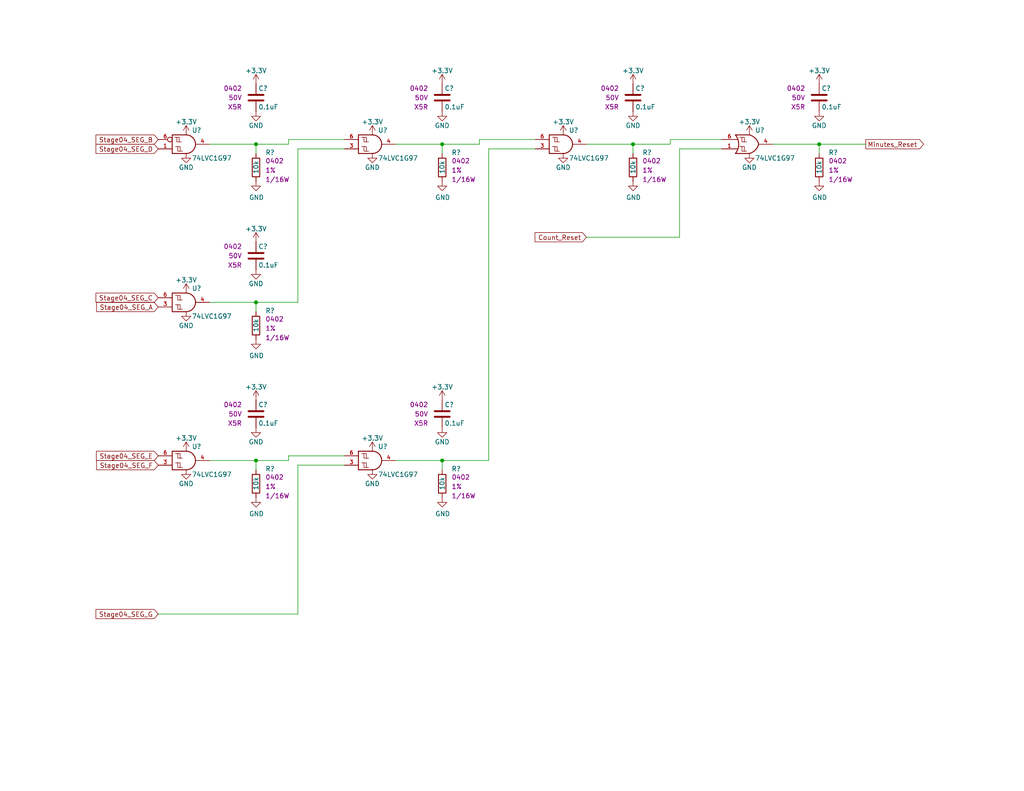
<source format=kicad_sch>
(kicad_sch (version 20230121) (generator eeschema)
  (paper "A")
  (title_block (title "Stopwatch") (date "2024-01-11") (rev "A") (company "Drew Maatman"))
  (lib_symbols
    (symbol "Custom Library:74LVC1G97_Power_AND" (pin_names (offset 1.016) hide)
      (property "Reference" "U" (at 1.524 3.81 0))
      (property "Value" "74LVC1G97_Power_AND" (at 1.524 -3.81 0))
      (symbol "74LVC1G97_Power_AND_1_1"
        (arc (start 0 -2.54) (mid 2.529 0) (end 0 2.54) (stroke (width 0.254)))
        (polyline (pts (xy -2.286 -0.635) (xy -1.651 -0.635) (xy -1.651 -1.905)))
        (polyline (pts (xy -2.286 1.905) (xy -1.651 1.905) (xy -1.651 0.635)))
        (polyline (pts (xy -2.921 -0.635) (xy -2.286 -0.635) (xy -2.286 -1.905) (xy -1.016 -1.905)))
        (polyline (pts (xy -2.921 1.905) (xy -2.286 1.905) (xy -2.286 0.635) (xy -1.016 0.635)))
        (polyline (pts (xy 0 -2.54) (xy -3.81 -2.54) (xy -3.81 2.54) (xy 0 2.54)) (stroke (width 0.254)))
        (pin power_in line (at 0 -2.54 270) (length 0) (name "GND") (number "1"))
        (pin power_in line (at 0 -2.54 270) (length 0) (name "GND") (number "2"))
        (pin input line (at -7.62 -1.27 0) (length 3.81) (name "~") (number "3"))
        (pin output line (at 6.35 0 180) (length 3.81) (name "~") (number "4"))
        (pin power_in line (at 0 2.54 90) (length 0) (name "VCC") (number "5"))
        (pin input line (at -7.62 1.27 0) (length 3.81) (name "~") (number "6"))
      )
    )
    (symbol "Custom Library:74LVC1G97_Power_AND_INV" (pin_names (offset 1.016) hide)
      (property "Reference" "U" (at 1.524 3.81 0))
      (property "Value" "74LVC1G97_Power_AND_INV" (at 1.524 -3.81 0))
      (symbol "74LVC1G97_Power_AND_INV_1_1"
        (arc (start 0 -2.54) (mid 2.529 0) (end 0 2.54) (stroke (width 0.254)))
        (polyline (pts (xy -2.54 1.905) (xy -1.905 1.905) (xy -1.905 0.635)))
        (polyline (pts (xy -2.286 -0.635) (xy -1.651 -0.635) (xy -1.651 -1.905)))
        (polyline (pts (xy -3.175 1.905) (xy -2.54 1.905) (xy -2.54 0.635) (xy -1.27 0.635)))
        (polyline (pts (xy -2.921 -0.635) (xy -2.286 -0.635) (xy -2.286 -1.905) (xy -1.016 -1.905)))
        (polyline (pts (xy 0 -2.54) (xy -3.81 -2.54) (xy -3.81 2.54) (xy 0 2.54)) (stroke (width 0.254)))
        (pin input line (at -7.62 -1.27 0) (length 3.81) (name "~") (number "1"))
        (pin power_in line (at 0 -2.54 270) (length 0) (name "GND") (number "2"))
        (pin power_in line (at 0 -2.54 270) (length 0) (name "GND") (number "3"))
        (pin output line (at 6.35 0 180) (length 3.81) (name "~") (number "4"))
        (pin power_in line (at 0 2.54 90) (length 0) (name "VCC") (number "5"))
        (pin input inverted (at -7.62 1.27 0) (length 3.81) (name "~") (number "6"))
      )
    )
    (symbol "Custom Library:74LVC1G97_Power_OR" (pin_names (offset 1.016) hide)
      (property "Reference" "U" (at 1.524 3.81 0))
      (property "Value" "74LVC1G97_Power_OR" (at 1.524 -3.81 0))
      (symbol "74LVC1G97_Power_OR_1_1"
        (arc (start -3.81 -2.54) (mid -2.919 0) (end -3.81 2.54) (stroke (width 0.254)))
        (arc (start 0 -2.54) (mid 1.5993 -1.6027) (end 2.54 0) (stroke (width 0.254)))
        (polyline (pts (xy 0 -2.54) (xy -3.81 -2.54)) (stroke (width 0.254)) (fill (type background)))
        (polyline (pts (xy 0 2.54) (xy -3.81 2.54)) (stroke (width 0.254)) (fill (type background)))
        (polyline (pts (xy -2.032 -0.635) (xy -1.397 -0.635) (xy -1.397 -1.905)))
        (polyline (pts (xy -2.032 1.905) (xy -1.397 1.905) (xy -1.397 0.635)))
        (polyline (pts (xy -2.667 -0.635) (xy -2.032 -0.635) (xy -2.032 -1.905) (xy -0.762 -1.905)))
        (polyline (pts (xy -2.667 1.905) (xy -2.032 1.905) (xy -2.032 0.635) (xy -0.762 0.635)))
        (arc (start 2.54 0) (mid 1.6119 1.6152) (end 0 2.54) (stroke (width 0.254)))
        (pin input line (at -7.62 -1.27 0) (length 4.318) (name "~") (number "1"))
        (pin power_in line (at 0 -2.54 270) (length 0) (name "GND") (number "2"))
        (pin power_in line (at 0 2.54 90) (length 0) (name "VCC") (number "3"))
        (pin output line (at 6.35 0 180) (length 3.81) (name "~") (number "4"))
        (pin power_in line (at 0 2.54 90) (length 0) (name "VCC") (number "5"))
        (pin input line (at -7.62 1.27 0) (length 4.318) (name "~") (number "6"))
      )
    )
    (symbol "Custom_Library:C_Custom" (pin_numbers hide) (pin_names (offset 0.254))
      (property "Reference" "C" (at 0.635 2.54 0))
      (property "Value" "C_Custom" (at 0.635 -2.54 0))
      (property "display_footprint" "Foot" (at -3.81 2.54 0))
      (property "Voltage" "V" (at -3.81 0 0))
      (property "Dielectric" "Er" (at -3.81 -2.54 0))
      (symbol "C_Custom_0_1"
        (polyline (pts (xy -2.032 -0.762) (xy 2.032 -0.762)) (stroke (width 0.508)))
        (polyline (pts (xy -2.032 0.762) (xy 2.032 0.762)) (stroke (width 0.508)))
      )
      (symbol "C_Custom_1_1"
        (pin passive line (at 0 3.81 270) (length 2.794) (name "~") (number "1"))
        (pin passive line (at 0 -3.81 90) (length 2.794) (name "~") (number "2"))
      )
    )
    (symbol "Custom_Library:R_Custom" (pin_numbers hide) (pin_names (offset 1.016) hide)
      (property "Reference" "R" (at -2.54 0 90))
      (property "Value" "R_Custom" (at 0 0 90))
      (property "display_footprint" "Foot" (at 2.54 0 90))
      (property "Tolerance" "Tol" (at 5.08 0 90))
      (property "Wattage" "W" (at 7.62 0 90))
      (symbol "R_Custom_0_1"
        (rectangle (start 1.016 2.54) (end -1.016 -2.54) (stroke (width 0.254)))
      )
      (symbol "R_Custom_1_1"
        (pin passive line (at 0 3.81 270) (length 1.27) (name "1") (number "1"))
        (pin passive line (at 0 -3.81 90) (length 1.27) (name "2") (number "2"))
      )
    )
    (symbol "power:+3.3V" (power) (pin_names (offset 0))
      (property "Value" "+3.3V" (at 0 3.556 0))
      (symbol "+3.3V_0_1"
        (polyline (pts (xy -0.762 1.27) (xy 0 2.54)))
        (polyline (pts (xy 0 0) (xy 0 2.54)))
        (polyline (pts (xy 0 2.54) (xy 0.762 1.27)))
      )
      (symbol "+3.3V_1_1"
        (pin power_in line (at 0 0 90) (length 0) hide (name "+3.3V") (number "1"))
      )
    )
    (symbol "power:GND" (power) (pin_names (offset 0))
      (property "Value" "GND" (at 0 -3.81 0))
      (symbol "GND_0_1"
        (polyline (pts (xy 0 0) (xy 0 -1.27) (xy 1.27 -1.27) (xy 0 -2.54) (xy -1.27 -1.27) (xy 0 -1.27)))
      )
      (symbol "GND_1_1"
        (pin power_in line (at 0 0 270) (length 0) hide (name "GND") (number "1"))
      )
    )
  )
  (junction (at 69.85 39.37))
  (junction (at 120.65 39.37))
  (junction (at 69.85 125.73))
  (junction (at 223.52 39.37))
  (junction (at 120.65 125.73))
  (junction (at 69.85 82.55))
  (junction (at 172.72 39.37))
  (wire (pts (xy 160.02 64.77) (xy 185.42 64.77)))
  (wire (pts (xy 182.88 38.1) (xy 182.88 39.37)))
  (wire (pts (xy 182.88 39.37) (xy 172.72 39.37)))
  (wire (pts (xy 133.35 40.64) (xy 133.35 125.73)))
  (wire (pts (xy 78.74 125.73) (xy 69.85 125.73)))
  (wire (pts (xy 57.15 39.37) (xy 69.85 39.37)))
  (wire (pts (xy 120.65 39.37) (xy 120.65 41.91)))
  (wire (pts (xy 133.35 125.73) (xy 120.65 125.73)))
  (wire (pts (xy 130.81 39.37) (xy 130.81 38.1)))
  (wire (pts (xy 223.52 39.37) (xy 223.52 41.91)))
  (wire (pts (xy 120.65 125.73) (xy 120.65 128.27)))
  (wire (pts (xy 57.15 125.73) (xy 69.85 125.73)))
  (wire (pts (xy 160.02 39.37) (xy 172.72 39.37)))
  (wire (pts (xy 81.28 40.64) (xy 81.28 82.55)))
  (wire (pts (xy 93.98 124.46) (xy 78.74 124.46)))
  (wire (pts (xy 43.18 167.64) (xy 81.28 167.64)))
  (wire (pts (xy 107.95 125.73) (xy 120.65 125.73)))
  (wire (pts (xy 185.42 40.64) (xy 196.85 40.64)))
  (wire (pts (xy 93.98 40.64) (xy 81.28 40.64)))
  (wire (pts (xy 78.74 39.37) (xy 78.74 38.1)))
  (wire (pts (xy 78.74 124.46) (xy 78.74 125.73)))
  (wire (pts (xy 69.85 39.37) (xy 69.85 41.91)))
  (wire (pts (xy 182.88 38.1) (xy 196.85 38.1)))
  (wire (pts (xy 210.82 39.37) (xy 223.52 39.37)))
  (wire (pts (xy 223.52 39.37) (xy 236.22 39.37)))
  (wire (pts (xy 57.15 82.55) (xy 69.85 82.55)))
  (wire (pts (xy 69.85 82.55) (xy 69.85 85.09)))
  (wire (pts (xy 146.05 40.64) (xy 133.35 40.64)))
  (wire (pts (xy 185.42 64.77) (xy 185.42 40.64)))
  (wire (pts (xy 69.85 39.37) (xy 78.74 39.37)))
  (wire (pts (xy 172.72 39.37) (xy 172.72 41.91)))
  (wire (pts (xy 130.81 38.1) (xy 146.05 38.1)))
  (wire (pts (xy 69.85 125.73) (xy 69.85 128.27)))
  (wire (pts (xy 120.65 39.37) (xy 130.81 39.37)))
  (wire (pts (xy 81.28 167.64) (xy 81.28 127)))
  (wire (pts (xy 81.28 82.55) (xy 69.85 82.55)))
  (wire (pts (xy 78.74 38.1) (xy 93.98 38.1)))
  (wire (pts (xy 107.95 39.37) (xy 120.65 39.37)))
  (wire (pts (xy 81.28 127) (xy 93.98 127)))
  (global_label "Minutes_Reset" (shape output) (at 236.22 39.37 0) (property "Intersheetrefs" "${INTERSHEET_REFS}" (effects hide)))
  (global_label "Count_Reset" (shape input) (at 160.02 64.77 180) (property "Intersheetrefs" "${INTERSHEET_REFS}" (effects hide)))
  (global_label "Stage04_SEG_B" (shape input) (at 43.18 38.1 180) (property "Intersheetrefs" "${INTERSHEET_REFS}" (effects hide)))
  (global_label "Stage04_SEG_E" (shape input) (at 43.18 124.46 180) (property "Intersheetrefs" "${INTERSHEET_REFS}" (effects hide)))
  (global_label "Stage04_SEG_C" (shape input) (at 43.18 81.28 180) (property "Intersheetrefs" "${INTERSHEET_REFS}" (effects hide)))
  (global_label "Stage04_SEG_A" (shape input) (at 43.18 83.82 180) (property "Intersheetrefs" "${INTERSHEET_REFS}" (effects hide)))
  (global_label "Stage04_SEG_F" (shape input) (at 43.18 127 180) (property "Intersheetrefs" "${INTERSHEET_REFS}" (effects hide)))
  (global_label "Stage04_SEG_D" (shape input) (at 43.18 40.64 180) (property "Intersheetrefs" "${INTERSHEET_REFS}" (effects hide)))
  (global_label "Stage04_SEG_G" (shape input) (at 43.18 167.64 180) (property "Intersheetrefs" "${INTERSHEET_REFS}" (effects hide)))
  (symbol (lib_id "power:GND") (at 69.85 135.89 0) (unit 1)
    (property "Reference" "#PWR?" (effects hide))
    (property "Value" "GND" (at 69.977 140.2842 0))
    (instances (project "Stopwatch" (path "" (reference "#PWR?") (unit 1)) (path "" (reference "#PWR?") (unit 1)) (path "" (reference "#PWR01415") (unit 1))))
  )
  (symbol (lib_id "Custom_Library:R_Custom") (at 69.85 88.9 0) (unit 1)
    (property "Reference" "R?" (at 72.39 84.836 0) (effects (justify left)))
    (property "Value" "10k" (at 69.85 90.678 90) (effects (justify left)))
    (property "Footprint" "Resistors_SMD:R_0402" (effects hide))
    (property "display_footprint" "0402" (at 72.39 87.122 0) (effects (justify left)))
    (property "Tolerance" "1%" (at 72.39 89.662 0) (effects (justify left)))
    (property "Wattage" "1/16W" (at 72.39 92.202 0) (effects (justify left)))
    (property "Digi-Key PN" "RMCF0402FT10K0CT-ND" (effects hide))
    (instances (project "Stopwatch" (path "" (reference "R?") (unit 1)) (path "" (reference "R?") (unit 1)) (path "" (reference "R1402") (unit 1))))
  )
  (symbol (lib_id "Custom Library:74LVC1G97_Power_OR") (at 204.47 39.37 0) (unit 1)
    (property "Reference" "U?" (at 205.994 35.56 0) (effects (justify left)))
    (property "Value" "74LVC1G97" (at 205.994 43.18 0) (effects (justify left)))
    (property "Footprint" "Package_SON:Fairchild_MicroPak2-6_1.0x1.0mm_P0.35mm" (effects hide))
    (property "Datasheet" "http://www.ti.com/lit/ds/symlink/sn74lvc1g97.pdf" (effects hide))
    (property "Digi-Key PN" "296-29875-1-ND" (effects hide))
    (instances (project "Stopwatch" (path "" (reference "U?") (unit 1)) (path "" (reference "U1407") (unit 1))))
  )
  (symbol (lib_id "Custom_Library:R_Custom") (at 223.52 45.72 0) (unit 1)
    (property "Reference" "R?" (at 226.06 41.656 0) (effects (justify left)))
    (property "Value" "10k" (at 223.52 47.498 90) (effects (justify left)))
    (property "Footprint" "Resistors_SMD:R_0402" (effects hide))
    (property "display_footprint" "0402" (at 226.06 43.942 0) (effects (justify left)))
    (property "Tolerance" "1%" (at 226.06 46.482 0) (effects (justify left)))
    (property "Wattage" "1/16W" (at 226.06 49.022 0) (effects (justify left)))
    (property "Digi-Key PN" "RMCF0402FT10K0CT-ND" (effects hide))
    (instances (project "Stopwatch" (path "" (reference "R?") (unit 1)) (path "" (reference "R?") (unit 1)) (path "" (reference "R1407") (unit 1))))
  )
  (symbol (lib_id "Custom_Library:C_Custom") (at 69.85 69.85 0) (unit 1)
    (property "Reference" "C?" (at 70.485 67.31 0) (effects (justify left)))
    (property "Value" "0.1uF" (at 70.485 72.39 0) (effects (justify left)))
    (property "Footprint" "Capacitors_SMD:C_0402" (effects hide))
    (property "display_footprint" "0402" (at 66.04 67.31 0) (effects (justify right)))
    (property "Voltage" "50V" (at 66.04 69.85 0) (effects (justify right)))
    (property "Dielectric" "X5R" (at 66.04 72.39 0) (effects (justify right)))
    (property "Digi-Key PN" "490-10697-1-ND" (effects hide))
    (instances (project "Stopwatch" (path "" (reference "C?") (unit 1)) (path "" (reference "C?") (unit 1)) (path "" (reference "C?") (unit 1)) (path "" (reference "C?") (unit 1)) (path "" (reference "C1402") (unit 1))))
  )
  (symbol (lib_id "power:GND") (at 172.72 49.53 0) (unit 1)
    (property "Reference" "#PWR?" (effects hide))
    (property "Value" "GND" (at 172.847 53.9242 0))
    (instances (project "Stopwatch" (path "" (reference "#PWR?") (unit 1)) (path "" (reference "#PWR?") (unit 1)) (path "" (reference "#PWR01430") (unit 1))))
  )
  (symbol (lib_id "power:+3.3V") (at 50.8 80.01 0) (unit 1)
    (property "Reference" "#PWR?" (effects hide))
    (property "Value" "+3.3V" (at 50.8 76.454 0))
    (instances (project "Stopwatch" (path "" (reference "#PWR?") (unit 1)) (path "" (reference "#PWR01403") (unit 1))))
  )
  (symbol (lib_id "power:GND") (at 120.65 49.53 0) (unit 1)
    (property "Reference" "#PWR?" (effects hide))
    (property "Value" "GND" (at 120.777 53.9242 0))
    (instances (project "Stopwatch" (path "" (reference "#PWR?") (unit 1)) (path "" (reference "#PWR?") (unit 1)) (path "" (reference "#PWR01422") (unit 1))))
  )
  (symbol (lib_id "power:+3.3V") (at 120.65 109.22 0) (unit 1)
    (property "Reference" "#PWR?" (effects hide))
    (property "Value" "+3.3V" (at 120.65 105.664 0))
    (instances (project "Stopwatch" (path "" (reference "#PWR?") (unit 1)) (path "" (reference "#PWR?") (unit 1)) (path "" (reference "#PWR01423") (unit 1))))
  )
  (symbol (lib_id "power:+3.3V") (at 50.8 36.83 0) (unit 1)
    (property "Reference" "#PWR?" (effects hide))
    (property "Value" "+3.3V" (at 50.8 33.274 0))
    (instances (project "Stopwatch" (path "" (reference "#PWR?") (unit 1)) (path "" (reference "#PWR01401") (unit 1))))
  )
  (symbol (lib_id "power:GND") (at 50.8 128.27 0) (unit 1)
    (property "Reference" "#PWR?" (effects hide))
    (property "Value" "GND" (at 50.8 132.08 0))
    (instances (project "Stopwatch" (path "" (reference "#PWR?") (unit 1)) (path "" (reference "#PWR01406") (unit 1))))
  )
  (symbol (lib_id "Custom Library:74LVC1G97_Power_AND") (at 50.8 82.55 0) (unit 1)
    (property "Reference" "U?" (at 52.324 78.74 0) (effects (justify left)))
    (property "Value" "74LVC1G97" (at 52.324 86.36 0) (effects (justify left)))
    (property "Footprint" "Package_SON:Fairchild_MicroPak2-6_1.0x1.0mm_P0.35mm" (effects hide))
    (property "Datasheet" "http://www.ti.com/lit/ds/symlink/sn74lvc1g97.pdf" (effects hide))
    (property "Digi-Key PN" "296-29875-1-ND" (effects hide))
    (instances (project "Stopwatch" (path "" (reference "U?") (unit 1)) (path "" (reference "U1402") (unit 1))))
  )
  (symbol (lib_id "power:GND") (at 204.47 41.91 0) (unit 1)
    (property "Reference" "#PWR?" (effects hide))
    (property "Value" "GND" (at 204.47 45.72 0))
    (instances (project "Stopwatch" (path "" (reference "#PWR?") (unit 1)) (path "" (reference "#PWR01432") (unit 1))))
  )
  (symbol (lib_id "power:+3.3V") (at 223.52 22.86 0) (unit 1)
    (property "Reference" "#PWR?" (effects hide))
    (property "Value" "+3.3V" (at 223.52 19.304 0))
    (instances (project "Stopwatch" (path "" (reference "#PWR?") (unit 1)) (path "" (reference "#PWR?") (unit 1)) (path "" (reference "#PWR01433") (unit 1))))
  )
  (symbol (lib_id "Custom_Library:C_Custom") (at 172.72 26.67 0) (unit 1)
    (property "Reference" "C?" (at 173.355 24.13 0) (effects (justify left)))
    (property "Value" "0.1uF" (at 173.355 29.21 0) (effects (justify left)))
    (property "Footprint" "Capacitors_SMD:C_0402" (effects hide))
    (property "display_footprint" "0402" (at 168.91 24.13 0) (effects (justify right)))
    (property "Voltage" "50V" (at 168.91 26.67 0) (effects (justify right)))
    (property "Dielectric" "X5R" (at 168.91 29.21 0) (effects (justify right)))
    (property "Digi-Key PN" "490-10697-1-ND" (effects hide))
    (instances (project "Stopwatch" (path "" (reference "C?") (unit 1)) (path "" (reference "C?") (unit 1)) (path "" (reference "C?") (unit 1)) (path "" (reference "C?") (unit 1)) (path "" (reference "C1406") (unit 1))))
  )
  (symbol (lib_id "Custom Library:74LVC1G97_Power_AND") (at 101.6 125.73 0) (unit 1)
    (property "Reference" "U?" (at 103.124 121.92 0) (effects (justify left)))
    (property "Value" "74LVC1G97" (at 103.124 129.54 0) (effects (justify left)))
    (property "Footprint" "Package_SON:Fairchild_MicroPak2-6_1.0x1.0mm_P0.35mm" (effects hide))
    (property "Datasheet" "http://www.ti.com/lit/ds/symlink/sn74lvc1g97.pdf" (effects hide))
    (property "Digi-Key PN" "296-29875-1-ND" (effects hide))
    (instances (project "Stopwatch" (path "" (reference "U?") (unit 1)) (path "" (reference "U1405") (unit 1))))
  )
  (symbol (lib_id "Custom_Library:R_Custom") (at 69.85 45.72 0) (unit 1)
    (property "Reference" "R?" (at 72.39 41.656 0) (effects (justify left)))
    (property "Value" "10k" (at 69.85 47.498 90) (effects (justify left)))
    (property "Footprint" "Resistors_SMD:R_0402" (effects hide))
    (property "display_footprint" "0402" (at 72.39 43.942 0) (effects (justify left)))
    (property "Tolerance" "1%" (at 72.39 46.482 0) (effects (justify left)))
    (property "Wattage" "1/16W" (at 72.39 49.022 0) (effects (justify left)))
    (property "Digi-Key PN" "RMCF0402FT10K0CT-ND" (effects hide))
    (instances (project "Stopwatch" (path "" (reference "R?") (unit 1)) (path "" (reference "R?") (unit 1)) (path "" (reference "R1401") (unit 1))))
  )
  (symbol (lib_id "Custom Library:74LVC1G97_Power_AND_INV") (at 50.8 39.37 0) (unit 1)
    (property "Reference" "U?" (at 52.324 35.56 0) (effects (justify left)))
    (property "Value" "74LVC1G97" (at 52.324 43.18 0) (effects (justify left)))
    (property "Footprint" "Package_SON:Fairchild_MicroPak2-6_1.0x1.0mm_P0.35mm" (effects hide))
    (property "Datasheet" "http://www.ti.com/lit/ds/symlink/sn74lvc1g97.pdf" (effects hide))
    (property "Digi-Key PN" "296-29875-1-ND" (effects hide))
    (instances (project "Stopwatch" (path "" (reference "U?") (unit 1)) (path "" (reference "U1401") (unit 1))))
  )
  (symbol (lib_id "power:GND") (at 120.65 135.89 0) (unit 1)
    (property "Reference" "#PWR?" (effects hide))
    (property "Value" "GND" (at 120.777 140.2842 0))
    (instances (project "Stopwatch" (path "" (reference "#PWR?") (unit 1)) (path "" (reference "#PWR?") (unit 1)) (path "" (reference "#PWR01425") (unit 1))))
  )
  (symbol (lib_id "power:GND") (at 223.52 49.53 0) (unit 1)
    (property "Reference" "#PWR?" (effects hide))
    (property "Value" "GND" (at 223.647 53.9242 0))
    (instances (project "Stopwatch" (path "" (reference "#PWR?") (unit 1)) (path "" (reference "#PWR?") (unit 1)) (path "" (reference "#PWR01435") (unit 1))))
  )
  (symbol (lib_id "Custom_Library:C_Custom") (at 223.52 26.67 0) (unit 1)
    (property "Reference" "C?" (at 224.155 24.13 0) (effects (justify left)))
    (property "Value" "0.1uF" (at 224.155 29.21 0) (effects (justify left)))
    (property "Footprint" "Capacitors_SMD:C_0402" (effects hide))
    (property "display_footprint" "0402" (at 219.71 24.13 0) (effects (justify right)))
    (property "Voltage" "50V" (at 219.71 26.67 0) (effects (justify right)))
    (property "Dielectric" "X5R" (at 219.71 29.21 0) (effects (justify right)))
    (property "Digi-Key PN" "490-10697-1-ND" (effects hide))
    (instances (project "Stopwatch" (path "" (reference "C?") (unit 1)) (path "" (reference "C?") (unit 1)) (path "" (reference "C?") (unit 1)) (path "" (reference "C?") (unit 1)) (path "" (reference "C1407") (unit 1))))
  )
  (symbol (lib_id "Custom_Library:R_Custom") (at 120.65 132.08 0) (unit 1)
    (property "Reference" "R?" (at 123.19 128.016 0) (effects (justify left)))
    (property "Value" "10k" (at 120.65 133.858 90) (effects (justify left)))
    (property "Footprint" "Resistors_SMD:R_0402" (effects hide))
    (property "display_footprint" "0402" (at 123.19 130.302 0) (effects (justify left)))
    (property "Tolerance" "1%" (at 123.19 132.842 0) (effects (justify left)))
    (property "Wattage" "1/16W" (at 123.19 135.382 0) (effects (justify left)))
    (property "Digi-Key PN" "RMCF0402FT10K0CT-ND" (effects hide))
    (instances (project "Stopwatch" (path "" (reference "R?") (unit 1)) (path "" (reference "R?") (unit 1)) (path "" (reference "R1405") (unit 1))))
  )
  (symbol (lib_id "power:+3.3V") (at 69.85 66.04 0) (unit 1)
    (property "Reference" "#PWR?" (effects hide))
    (property "Value" "+3.3V" (at 69.85 62.484 0))
    (instances (project "Stopwatch" (path "" (reference "#PWR?") (unit 1)) (path "" (reference "#PWR?") (unit 1)) (path "" (reference "#PWR01410") (unit 1))))
  )
  (symbol (lib_id "power:GND") (at 120.65 30.48 0) (unit 1)
    (property "Reference" "#PWR?" (effects hide))
    (property "Value" "GND" (at 120.65 34.29 0))
    (instances (project "Stopwatch" (path "" (reference "#PWR?") (unit 1)) (path "" (reference "#PWR?") (unit 1)) (path "" (reference "#PWR01421") (unit 1))))
  )
  (symbol (lib_id "power:GND") (at 50.8 41.91 0) (unit 1)
    (property "Reference" "#PWR?" (effects hide))
    (property "Value" "GND" (at 50.8 45.72 0))
    (instances (project "Stopwatch" (path "" (reference "#PWR?") (unit 1)) (path "" (reference "#PWR01402") (unit 1))))
  )
  (symbol (lib_id "power:GND") (at 101.6 128.27 0) (unit 1)
    (property "Reference" "#PWR?" (effects hide))
    (property "Value" "GND" (at 101.6 132.08 0))
    (instances (project "Stopwatch" (path "" (reference "#PWR?") (unit 1)) (path "" (reference "#PWR01419") (unit 1))))
  )
  (symbol (lib_id "power:GND") (at 69.85 30.48 0) (unit 1)
    (property "Reference" "#PWR?" (effects hide))
    (property "Value" "GND" (at 69.85 34.29 0))
    (instances (project "Stopwatch" (path "" (reference "#PWR?") (unit 1)) (path "" (reference "#PWR?") (unit 1)) (path "" (reference "#PWR01408") (unit 1))))
  )
  (symbol (lib_id "power:GND") (at 223.52 30.48 0) (unit 1)
    (property "Reference" "#PWR?" (effects hide))
    (property "Value" "GND" (at 223.52 34.29 0))
    (instances (project "Stopwatch" (path "" (reference "#PWR?") (unit 1)) (path "" (reference "#PWR?") (unit 1)) (path "" (reference "#PWR01434") (unit 1))))
  )
  (symbol (lib_id "power:+3.3V") (at 120.65 22.86 0) (unit 1)
    (property "Reference" "#PWR?" (effects hide))
    (property "Value" "+3.3V" (at 120.65 19.304 0))
    (instances (project "Stopwatch" (path "" (reference "#PWR?") (unit 1)) (path "" (reference "#PWR?") (unit 1)) (path "" (reference "#PWR01420") (unit 1))))
  )
  (symbol (lib_id "power:+3.3V") (at 69.85 22.86 0) (unit 1)
    (property "Reference" "#PWR?" (effects hide))
    (property "Value" "+3.3V" (at 69.85 19.304 0))
    (instances (project "Stopwatch" (path "" (reference "#PWR?") (unit 1)) (path "" (reference "#PWR?") (unit 1)) (path "" (reference "#PWR01407") (unit 1))))
  )
  (symbol (lib_id "power:GND") (at 69.85 92.71 0) (unit 1)
    (property "Reference" "#PWR?" (effects hide))
    (property "Value" "GND" (at 69.977 97.1042 0))
    (instances (project "Stopwatch" (path "" (reference "#PWR?") (unit 1)) (path "" (reference "#PWR?") (unit 1)) (path "" (reference "#PWR01412") (unit 1))))
  )
  (symbol (lib_id "power:+3.3V") (at 153.67 36.83 0) (unit 1)
    (property "Reference" "#PWR?" (effects hide))
    (property "Value" "+3.3V" (at 153.67 33.274 0))
    (instances (project "Stopwatch" (path "" (reference "#PWR?") (unit 1)) (path "" (reference "#PWR01426") (unit 1))))
  )
  (symbol (lib_id "Custom_Library:C_Custom") (at 120.65 113.03 0) (unit 1)
    (property "Reference" "C?" (at 121.285 110.49 0) (effects (justify left)))
    (property "Value" "0.1uF" (at 121.285 115.57 0) (effects (justify left)))
    (property "Footprint" "Capacitors_SMD:C_0402" (effects hide))
    (property "display_footprint" "0402" (at 116.84 110.49 0) (effects (justify right)))
    (property "Voltage" "50V" (at 116.84 113.03 0) (effects (justify right)))
    (property "Dielectric" "X5R" (at 116.84 115.57 0) (effects (justify right)))
    (property "Digi-Key PN" "490-10697-1-ND" (effects hide))
    (instances (project "Stopwatch" (path "" (reference "C?") (unit 1)) (path "" (reference "C?") (unit 1)) (path "" (reference "C?") (unit 1)) (path "" (reference "C?") (unit 1)) (path "" (reference "C1405") (unit 1))))
  )
  (symbol (lib_id "Custom_Library:C_Custom") (at 69.85 113.03 0) (unit 1)
    (property "Reference" "C?" (at 70.485 110.49 0) (effects (justify left)))
    (property "Value" "0.1uF" (at 70.485 115.57 0) (effects (justify left)))
    (property "Footprint" "Capacitors_SMD:C_0402" (effects hide))
    (property "display_footprint" "0402" (at 66.04 110.49 0) (effects (justify right)))
    (property "Voltage" "50V" (at 66.04 113.03 0) (effects (justify right)))
    (property "Dielectric" "X5R" (at 66.04 115.57 0) (effects (justify right)))
    (property "Digi-Key PN" "490-10697-1-ND" (effects hide))
    (instances (project "Stopwatch" (path "" (reference "C?") (unit 1)) (path "" (reference "C?") (unit 1)) (path "" (reference "C?") (unit 1)) (path "" (reference "C?") (unit 1)) (path "" (reference "C1403") (unit 1))))
  )
  (symbol (lib_id "power:GND") (at 153.67 41.91 0) (unit 1)
    (property "Reference" "#PWR?" (effects hide))
    (property "Value" "GND" (at 153.67 45.72 0))
    (instances (project "Stopwatch" (path "" (reference "#PWR?") (unit 1)) (path "" (reference "#PWR01427") (unit 1))))
  )
  (symbol (lib_id "power:GND") (at 101.6 41.91 0) (unit 1)
    (property "Reference" "#PWR?" (effects hide))
    (property "Value" "GND" (at 101.6 45.72 0))
    (instances (project "Stopwatch" (path "" (reference "#PWR?") (unit 1)) (path "" (reference "#PWR01417") (unit 1))))
  )
  (symbol (lib_id "Custom Library:74LVC1G97_Power_AND") (at 101.6 39.37 0) (unit 1)
    (property "Reference" "U?" (at 103.124 35.56 0) (effects (justify left)))
    (property "Value" "74LVC1G97" (at 103.124 43.18 0) (effects (justify left)))
    (property "Footprint" "Package_SON:Fairchild_MicroPak2-6_1.0x1.0mm_P0.35mm" (effects hide))
    (property "Datasheet" "http://www.ti.com/lit/ds/symlink/sn74lvc1g97.pdf" (effects hide))
    (property "Digi-Key PN" "296-29875-1-ND" (effects hide))
    (instances (project "Stopwatch" (path "" (reference "U?") (unit 1)) (path "" (reference "U1404") (unit 1))))
  )
  (symbol (lib_id "power:GND") (at 120.65 116.84 0) (unit 1)
    (property "Reference" "#PWR?" (effects hide))
    (property "Value" "GND" (at 120.65 120.65 0))
    (instances (project "Stopwatch" (path "" (reference "#PWR?") (unit 1)) (path "" (reference "#PWR?") (unit 1)) (path "" (reference "#PWR01424") (unit 1))))
  )
  (symbol (lib_id "power:+3.3V") (at 204.47 36.83 0) (unit 1)
    (property "Reference" "#PWR?" (effects hide))
    (property "Value" "+3.3V" (at 204.47 33.274 0))
    (instances (project "Stopwatch" (path "" (reference "#PWR?") (unit 1)) (path "" (reference "#PWR01431") (unit 1))))
  )
  (symbol (lib_id "Custom Library:74LVC1G97_Power_AND") (at 50.8 125.73 0) (unit 1)
    (property "Reference" "U?" (at 52.324 121.92 0) (effects (justify left)))
    (property "Value" "74LVC1G97" (at 52.324 129.54 0) (effects (justify left)))
    (property "Footprint" "Package_SON:Fairchild_MicroPak2-6_1.0x1.0mm_P0.35mm" (effects hide))
    (property "Datasheet" "http://www.ti.com/lit/ds/symlink/sn74lvc1g97.pdf" (effects hide))
    (property "Digi-Key PN" "296-29875-1-ND" (effects hide))
    (instances (project "Stopwatch" (path "" (reference "U?") (unit 1)) (path "" (reference "U1403") (unit 1))))
  )
  (symbol (lib_id "Custom_Library:C_Custom") (at 69.85 26.67 0) (unit 1)
    (property "Reference" "C?" (at 70.485 24.13 0) (effects (justify left)))
    (property "Value" "0.1uF" (at 70.485 29.21 0) (effects (justify left)))
    (property "Footprint" "Capacitors_SMD:C_0402" (effects hide))
    (property "display_footprint" "0402" (at 66.04 24.13 0) (effects (justify right)))
    (property "Voltage" "50V" (at 66.04 26.67 0) (effects (justify right)))
    (property "Dielectric" "X5R" (at 66.04 29.21 0) (effects (justify right)))
    (property "Digi-Key PN" "490-10697-1-ND" (effects hide))
    (instances (project "Stopwatch" (path "" (reference "C?") (unit 1)) (path "" (reference "C?") (unit 1)) (path "" (reference "C?") (unit 1)) (path "" (reference "C?") (unit 1)) (path "" (reference "C1401") (unit 1))))
  )
  (symbol (lib_id "power:GND") (at 172.72 30.48 0) (unit 1)
    (property "Reference" "#PWR?" (effects hide))
    (property "Value" "GND" (at 172.72 34.29 0))
    (instances (project "Stopwatch" (path "" (reference "#PWR?") (unit 1)) (path "" (reference "#PWR?") (unit 1)) (path "" (reference "#PWR01429") (unit 1))))
  )
  (symbol (lib_id "power:+3.3V") (at 69.85 109.22 0) (unit 1)
    (property "Reference" "#PWR?" (effects hide))
    (property "Value" "+3.3V" (at 69.85 105.664 0))
    (instances (project "Stopwatch" (path "" (reference "#PWR?") (unit 1)) (path "" (reference "#PWR?") (unit 1)) (path "" (reference "#PWR01413") (unit 1))))
  )
  (symbol (lib_id "Custom Library:74LVC1G97_Power_AND") (at 153.67 39.37 0) (unit 1)
    (property "Reference" "U?" (at 155.194 35.56 0) (effects (justify left)))
    (property "Value" "74LVC1G97" (at 155.194 43.18 0) (effects (justify left)))
    (property "Footprint" "Package_SON:Fairchild_MicroPak2-6_1.0x1.0mm_P0.35mm" (effects hide))
    (property "Datasheet" "http://www.ti.com/lit/ds/symlink/sn74lvc1g97.pdf" (effects hide))
    (property "Digi-Key PN" "296-29875-1-ND" (effects hide))
    (instances (project "Stopwatch" (path "" (reference "U?") (unit 1)) (path "" (reference "U1406") (unit 1))))
  )
  (symbol (lib_id "Custom_Library:R_Custom") (at 172.72 45.72 0) (unit 1)
    (property "Reference" "R?" (at 175.26 41.656 0) (effects (justify left)))
    (property "Value" "10k" (at 172.72 47.498 90) (effects (justify left)))
    (property "Footprint" "Resistors_SMD:R_0402" (effects hide))
    (property "display_footprint" "0402" (at 175.26 43.942 0) (effects (justify left)))
    (property "Tolerance" "1%" (at 175.26 46.482 0) (effects (justify left)))
    (property "Wattage" "1/16W" (at 175.26 49.022 0) (effects (justify left)))
    (property "Digi-Key PN" "RMCF0402FT10K0CT-ND" (effects hide))
    (instances (project "Stopwatch" (path "" (reference "R?") (unit 1)) (path "" (reference "R?") (unit 1)) (path "" (reference "R1406") (unit 1))))
  )
  (symbol (lib_id "power:GND") (at 50.8 85.09 0) (unit 1)
    (property "Reference" "#PWR?" (effects hide))
    (property "Value" "GND" (at 50.8 88.9 0))
    (instances (project "Stopwatch" (path "" (reference "#PWR?") (unit 1)) (path "" (reference "#PWR01404") (unit 1))))
  )
  (symbol (lib_id "power:+3.3V") (at 101.6 36.83 0) (unit 1)
    (property "Reference" "#PWR?" (effects hide))
    (property "Value" "+3.3V" (at 101.6 33.274 0))
    (instances (project "Stopwatch" (path "" (reference "#PWR?") (unit 1)) (path "" (reference "#PWR01416") (unit 1))))
  )
  (symbol (lib_id "Custom_Library:R_Custom") (at 120.65 45.72 0) (unit 1)
    (property "Reference" "R?" (at 123.19 41.656 0) (effects (justify left)))
    (property "Value" "10k" (at 120.65 47.498 90) (effects (justify left)))
    (property "Footprint" "Resistors_SMD:R_0402" (effects hide))
    (property "display_footprint" "0402" (at 123.19 43.942 0) (effects (justify left)))
    (property "Tolerance" "1%" (at 123.19 46.482 0) (effects (justify left)))
    (property "Wattage" "1/16W" (at 123.19 49.022 0) (effects (justify left)))
    (property "Digi-Key PN" "RMCF0402FT10K0CT-ND" (effects hide))
    (instances (project "Stopwatch" (path "" (reference "R?") (unit 1)) (path "" (reference "R?") (unit 1)) (path "" (reference "R1404") (unit 1))))
  )
  (symbol (lib_id "power:+3.3V") (at 50.8 123.19 0) (unit 1)
    (property "Reference" "#PWR?" (effects hide))
    (property "Value" "+3.3V" (at 50.8 119.634 0))
    (instances (project "Stopwatch" (path "" (reference "#PWR?") (unit 1)) (path "" (reference "#PWR01405") (unit 1))))
  )
  (symbol (lib_id "Custom_Library:R_Custom") (at 69.85 132.08 0) (unit 1)
    (property "Reference" "R?" (at 72.39 128.016 0) (effects (justify left)))
    (property "Value" "10k" (at 69.85 133.858 90) (effects (justify left)))
    (property "Footprint" "Resistors_SMD:R_0402" (effects hide))
    (property "display_footprint" "0402" (at 72.39 130.302 0) (effects (justify left)))
    (property "Tolerance" "1%" (at 72.39 132.842 0) (effects (justify left)))
    (property "Wattage" "1/16W" (at 72.39 135.382 0) (effects (justify left)))
    (property "Digi-Key PN" "RMCF0402FT10K0CT-ND" (effects hide))
    (instances (project "Stopwatch" (path "" (reference "R?") (unit 1)) (path "" (reference "R?") (unit 1)) (path "" (reference "R1403") (unit 1))))
  )
  (symbol (lib_id "power:+3.3V") (at 101.6 123.19 0) (unit 1)
    (property "Reference" "#PWR?" (effects hide))
    (property "Value" "+3.3V" (at 101.6 119.634 0))
    (instances (project "Stopwatch" (path "" (reference "#PWR?") (unit 1)) (path "" (reference "#PWR01418") (unit 1))))
  )
  (symbol (lib_id "power:GND") (at 69.85 116.84 0) (unit 1)
    (property "Reference" "#PWR?" (effects hide))
    (property "Value" "GND" (at 69.85 120.65 0))
    (instances (project "Stopwatch" (path "" (reference "#PWR?") (unit 1)) (path "" (reference "#PWR?") (unit 1)) (path "" (reference "#PWR01414") (unit 1))))
  )
  (symbol (lib_id "power:+3.3V") (at 172.72 22.86 0) (unit 1)
    (property "Reference" "#PWR?" (effects hide))
    (property "Value" "+3.3V" (at 172.72 19.304 0))
    (instances (project "Stopwatch" (path "" (reference "#PWR?") (unit 1)) (path "" (reference "#PWR?") (unit 1)) (path "" (reference "#PWR01428") (unit 1))))
  )
  (symbol (lib_id "power:GND") (at 69.85 73.66 0) (unit 1)
    (property "Reference" "#PWR?" (effects hide))
    (property "Value" "GND" (at 69.85 77.47 0))
    (instances (project "Stopwatch" (path "" (reference "#PWR?") (unit 1)) (path "" (reference "#PWR?") (unit 1)) (path "" (reference "#PWR01411") (unit 1))))
  )
  (symbol (lib_id "power:GND") (at 69.85 49.53 0) (unit 1)
    (property "Reference" "#PWR?" (effects hide))
    (property "Value" "GND" (at 69.977 53.9242 0))
    (instances (project "Stopwatch" (path "" (reference "#PWR?") (unit 1)) (path "" (reference "#PWR?") (unit 1)) (path "" (reference "#PWR01409") (unit 1))))
  )
  (symbol (lib_id "Custom_Library:C_Custom") (at 120.65 26.67 0) (unit 1)
    (property "Reference" "C?" (at 121.285 24.13 0) (effects (justify left)))
    (property "Value" "0.1uF" (at 121.285 29.21 0) (effects (justify left)))
    (property "Footprint" "Capacitors_SMD:C_0402" (effects hide))
    (property "display_footprint" "0402" (at 116.84 24.13 0) (effects (justify right)))
    (property "Voltage" "50V" (at 116.84 26.67 0) (effects (justify right)))
    (property "Dielectric" "X5R" (at 116.84 29.21 0) (effects (justify right)))
    (property "Digi-Key PN" "490-10697-1-ND" (effects hide))
    (instances (project "Stopwatch" (path "" (reference "C?") (unit 1)) (path "" (reference "C?") (unit 1)) (path "" (reference "C?") (unit 1)) (path "" (reference "C?") (unit 1)) (path "" (reference "C1404") (unit 1))))
  )
)
</source>
